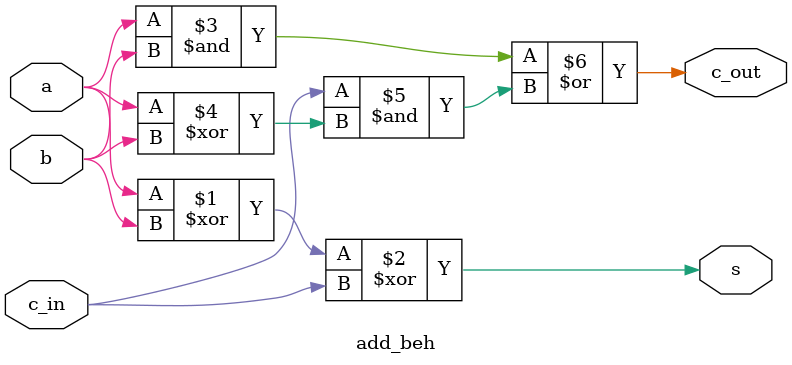
<source format=v>

module add_beh (a, b, c_in, c_out, s);
	input a, b, c_in;
	output c_out, s;

	wire s = a ^ b ^ c_in;
	wire c_out = (a & b) | (c_in & (a ^ b)); 
	
endmodule

</source>
